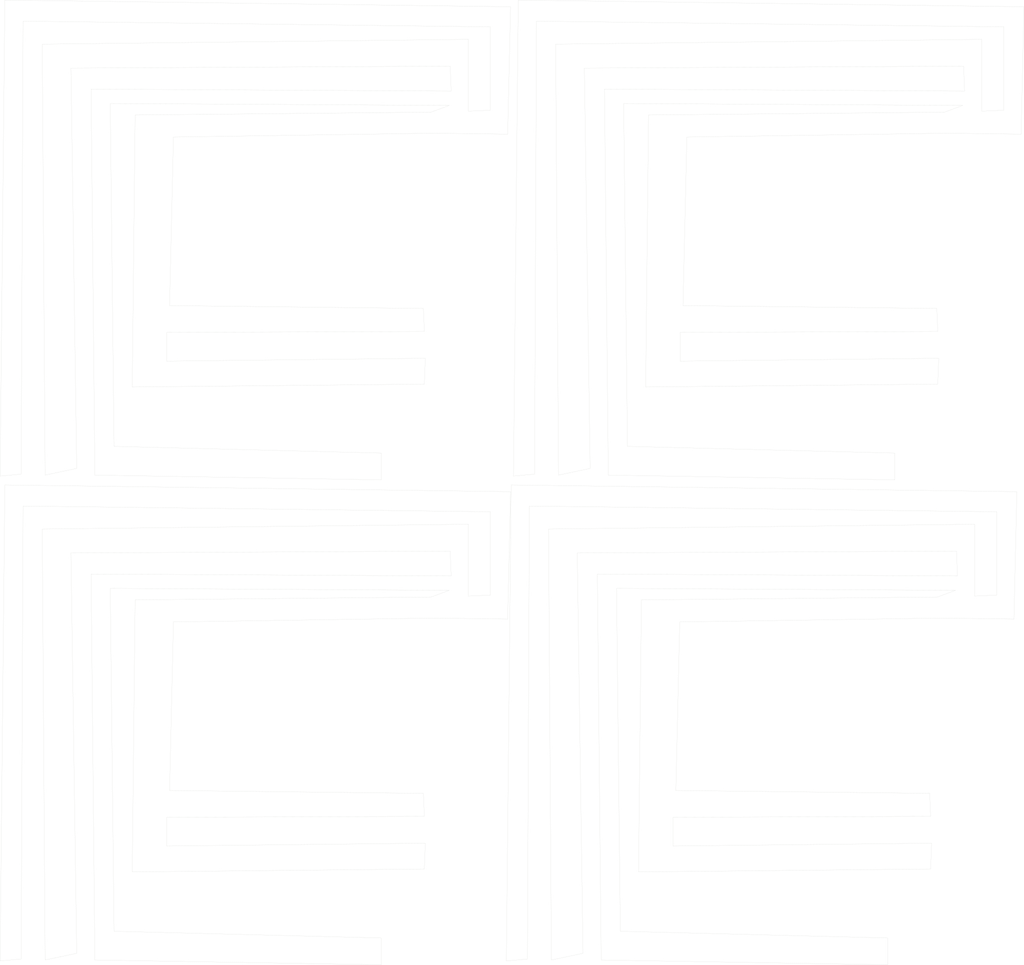
<source format=kicad_pcb>
(kicad_pcb (version 20221018) (generator pcbnew)

  (general
    (thickness 1.6)
  )

  (paper "A4")
  (layers
    (0 "F.Cu" signal)
    (31 "B.Cu" signal)
    (32 "B.Adhes" user "B.Adhesive")
    (33 "F.Adhes" user "F.Adhesive")
    (34 "B.Paste" user)
    (35 "F.Paste" user)
    (36 "B.SilkS" user "B.Silkscreen")
    (37 "F.SilkS" user "F.Silkscreen")
    (38 "B.Mask" user)
    (39 "F.Mask" user)
    (40 "Dwgs.User" user "User.Drawings")
    (41 "Cmts.User" user "User.Comments")
    (42 "Eco1.User" user "User.Eco1")
    (43 "Eco2.User" user "User.Eco2")
    (44 "Edge.Cuts" user)
    (45 "Margin" user)
    (46 "B.CrtYd" user "B.Courtyard")
    (47 "F.CrtYd" user "F.Courtyard")
    (48 "B.Fab" user)
    (49 "F.Fab" user)
    (50 "User.1" user)
    (51 "User.2" user)
    (52 "User.3" user)
    (53 "User.4" user)
    (54 "User.5" user)
    (55 "User.6" user)
    (56 "User.7" user)
    (57 "User.8" user)
    (58 "User.9" user)
  )

  (setup
    (stackup
      (layer "F.SilkS" (type "Top Silk Screen"))
      (layer "F.Paste" (type "Top Solder Paste"))
      (layer "F.Mask" (type "Top Solder Mask") (thickness 0.01))
      (layer "F.Cu" (type "copper") (thickness 0.035))
      (layer "dielectric 1" (type "core") (thickness 1.51) (material "FR4") (epsilon_r 4.5) (loss_tangent 0.02))
      (layer "B.Cu" (type "copper") (thickness 0.035))
      (layer "B.Mask" (type "Bottom Solder Mask") (thickness 0.01))
      (layer "B.Paste" (type "Bottom Solder Paste"))
      (layer "B.SilkS" (type "Bottom Silk Screen"))
      (layer "F.SilkS" (type "Top Silk Screen"))
      (layer "F.Paste" (type "Top Solder Paste"))
      (layer "F.Mask" (type "Top Solder Mask") (thickness 0.01))
      (layer "F.Cu" (type "copper") (thickness 0.035))
      (layer "dielectric 1" (type "core") (thickness 1.51) (material "FR4") (epsilon_r 4.5) (loss_tangent 0.02))
      (layer "B.Cu" (type "copper") (thickness 0.035))
      (layer "B.Mask" (type "Bottom Solder Mask") (thickness 0.01))
      (layer "B.Paste" (type "Bottom Solder Paste"))
      (layer "B.SilkS" (type "Bottom Silk Screen"))
      (layer "F.SilkS" (type "Top Silk Screen"))
      (layer "F.Paste" (type "Top Solder Paste"))
      (layer "F.Mask" (type "Top Solder Mask") (thickness 0.01))
      (layer "F.Cu" (type "copper") (thickness 0.035))
      (layer "dielectric 1" (type "core") (thickness 1.51) (material "FR4") (epsilon_r 4.5) (loss_tangent 0.02))
      (layer "B.Cu" (type "copper") (thickness 0.035))
      (layer "B.Mask" (type "Bottom Solder Mask") (thickness 0.01))
      (layer "B.Paste" (type "Bottom Solder Paste"))
      (layer "B.SilkS" (type "Bottom Silk Screen"))
      (layer "F.SilkS" (type "Top Silk Screen"))
      (layer "F.Paste" (type "Top Solder Paste"))
      (layer "F.Mask" (type "Top Solder Mask") (thickness 0.01))
      (layer "F.Cu" (type "copper") (thickness 0.035))
      (layer "dielectric 1" (type "core") (thickness 1.51) (material "FR4") (epsilon_r 4.5) (loss_tangent 0.02))
      (layer "B.Cu" (type "copper") (thickness 0.035))
      (layer "B.Mask" (type "Bottom Solder Mask") (thickness 0.01))
      (layer "B.Paste" (type "Bottom Solder Paste"))
      (layer "B.SilkS" (type "Bottom Silk Screen"))
      (copper_finish "None")
      (dielectric_constraints no)
    )
    (pad_to_mask_clearance 0)
    (pcbplotparams
      (layerselection 0x00010fc_ffffffff)
      (plot_on_all_layers_selection 0x0000000_00000000)
      (disableapertmacros false)
      (usegerberextensions false)
      (usegerberattributes true)
      (usegerberadvancedattributes true)
      (creategerberjobfile true)
      (dashed_line_dash_ratio 12.000000)
      (dashed_line_gap_ratio 3.000000)
      (svgprecision 4)
      (plotframeref false)
      (viasonmask false)
      (mode 1)
      (useauxorigin false)
      (hpglpennumber 1)
      (hpglpenspeed 20)
      (hpglpendiameter 15.000000)
      (dxfpolygonmode true)
      (dxfimperialunits true)
      (dxfusepcbnewfont true)
      (psnegative false)
      (psa4output false)
      (plotreference true)
      (plotvalue true)
      (plotinvisibletext false)
      (sketchpadsonfab false)
      (subtractmaskfromsilk false)
      (outputformat 1)
      (mirror false)
      (drillshape 1)
      (scaleselection 1)
      (outputdirectory "")
    )
  )

  (net 0 "")

  (gr_line (start 331.1 39.29) (end 227.35 40.29)
    (stroke (width 0.05) (type default)) (layer "Edge.Cuts") (tstamp 02cbaf09-e208-4c14-acc9-ea042114a938))
  (gr_line (start 206.87 164.19) (end 204.85 23.84)
    (stroke (width 0.05) (type default)) (layer "Edge.Cuts") (tstamp 033488b2-8b05-4837-8afb-6752d54ad982))
  (gr_line (start 211.9 31.23) (end 213.24 166.54)
    (stroke (width 0.05) (type default)) (layer "Edge.Cuts") (tstamp 05a0d963-604c-491b-b05d-624b7cc7f1f3))
  (gr_line (start 236.93 277.11) (end 238.28 218.02)
    (stroke (width 0.05) (type default)) (layer "Edge.Cuts") (tstamp 080461d5-aed6-4085-af39-057749ebe2e5))
  (gr_line (start 239.43 107.11) (end 240.78 48.02)
    (stroke (width 0.05) (type default)) (layer "Edge.Cuts") (tstamp 0954135e-6d1c-4b8b-b31c-e44e6dbe0e9c))
  (gr_line (start 151.1 39.29) (end 47.35 40.29)
    (stroke (width 0.05) (type default)) (layer "Edge.Cuts") (tstamp 0ae19a2d-245c-4b10-9d0b-8d850393166d))
  (gr_line (start 217.46 326.47) (end 216.12 206.26)
    (stroke (width 0.05) (type default)) (layer "Edge.Cuts") (tstamp 0d49d8a5-946c-4b82-b56f-e8fccc8f0242))
  (gr_line (start 148.75 116.18) (end 148.41 108.12)
    (stroke (width 0.05) (type default)) (layer "Edge.Cuts") (tstamp 0d82fee9-5ea5-4b19-b39a-d711775b6e81))
  (gr_line (start 149.08 125.58) (end 58.43 126.58)
    (stroke (width 0.05) (type default)) (layer "Edge.Cuts") (tstamp 0e571903-6e54-4df3-b0bd-759b1c94ce86))
  (gr_line (start 58.43 126.58) (end 58.43 116.51)
    (stroke (width 0.05) (type default)) (layer "Edge.Cuts") (tstamp 0f937d36-1d26-480e-b692-00d99316c2dc))
  (gr_line (start 329.27 216.67) (end 355.46 217.01)
    (stroke (width 0.05) (type default)) (layer "Edge.Cuts") (tstamp 1158063b-50ae-4cd0-a976-c00f99c721f1))
  (gr_line (start 38.62 36.26) (end 157.48 36.94)
    (stroke (width 0.05) (type default)) (layer "Edge.Cuts") (tstamp 1722a8fe-9a85-4ab2-a086-240664ea7565))
  (gr_line (start 209.4 201.23) (end 210.74 336.54)
    (stroke (width 0.05) (type default)) (layer "Edge.Cuts") (tstamp 1ca05694-24b6-4090-a45c-862e79a000ff))
  (gr_line (start 185.56 177.39) (end 349.41 179.4)
    (stroke (width 0.05) (type default)) (layer "Edge.Cuts") (tstamp 1d46841e-f13c-4e68-997d-dcecc10bec15))
  (gr_line (start 8.06 7.39) (end 171.91 9.4)
    (stroke (width 0.05) (type default)) (layer "Edge.Cuts") (tstamp 1d9c51b5-11ab-43ca-8540-e67a8b1d4bff))
  (gr_line (start 181.68 0) (end 180 166.88)
    (stroke (width 0.05) (type default)) (layer "Edge.Cuts") (tstamp 20f6a760-98e3-4961-a3d1-991ae04b6339))
  (gr_line (start 224.85 210.29) (end 223.84 305.65)
    (stroke (width 0.05) (type default)) (layer "Edge.Cuts") (tstamp 2159b50d-bc1d-415a-8db1-c821e05745f3))
  (gr_line (start 188.06 7.39) (end 351.91 9.4)
    (stroke (width 0.05) (type default)) (layer "Edge.Cuts") (tstamp 22d5b005-a1bf-476e-8ef5-804a3ba81547))
  (gr_line (start 193.29 336.54) (end 204.37 334.19)
    (stroke (width 0.05) (type default)) (layer "Edge.Cuts") (tstamp 2392f6b3-0455-4b02-8954-e371aac1765d))
  (gr_line (start 177.96 217.01) (end 178.97 172.35)
    (stroke (width 0.05) (type default)) (layer "Edge.Cuts") (tstamp 250b2833-60d3-4fa9-851f-ffae326975d2))
  (gr_line (start 356.47 172.35) (end 179.18 170)
    (stroke (width 0.05) (type default)) (layer "Edge.Cuts") (tstamp 2669ff3c-e682-4ab2-a918-47b3f1704f21))
  (gr_line (start 58.43 116.51) (end 148.75 116.18)
    (stroke (width 0.05) (type default)) (layer "Edge.Cuts") (tstamp 29f21cbf-f766-4b6f-a577-f8959e0da52f))
  (gr_line (start 157.81 23.17) (end 158.15 31.9)
    (stroke (width 0.05) (type default)) (layer "Edge.Cuts") (tstamp 2b8470e3-967b-448e-98b5-79b00a42266a))
  (gr_line (start 0 166.88) (end 7.39 166.2)
    (stroke (width 0.05) (type default)) (layer "Edge.Cuts") (tstamp 2b90fda6-142d-4141-b001-469288d4823c))
  (gr_line (start 177.96 47.01) (end 178.97 2.35)
    (stroke (width 0.05) (type default)) (layer "Edge.Cuts") (tstamp 2bad5681-19f9-4564-a150-d123ffb17e8f))
  (gr_line (start 171.91 179.4) (end 171.91 208.61)
    (stroke (width 0.05) (type default)) (layer "Edge.Cuts") (tstamp 2d889614-eb35-4ec3-8f5c-4bb9e0188017))
  (gr_line (start 311.14 328.82) (end 217.46 326.47)
    (stroke (width 0.05) (type default)) (layer "Edge.Cuts") (tstamp 2da4bea3-e801-456f-b47b-67a43cb1e986))
  (gr_line (start 151.77 216.67) (end 177.96 217.01)
    (stroke (width 0.05) (type default)) (layer "Edge.Cuts") (tstamp 2e521d8f-aac6-453e-99c9-2e60fe52e39a))
  (gr_line (start 238.43 116.51) (end 328.75 116.18)
    (stroke (width 0.05) (type default)) (layer "Edge.Cuts") (tstamp 33e7b74f-71a5-4fb6-afec-0dc6005fb8ca))
  (gr_line (start 60.78 48.02) (end 151.77 46.67)
    (stroke (width 0.05) (type default)) (layer "Edge.Cuts") (tstamp 3682f4a5-94c0-4130-ac84-ebbb82457316))
  (gr_line (start 218.62 36.26) (end 337.48 36.94)
    (stroke (width 0.05) (type default)) (layer "Edge.Cuts") (tstamp 376aa9b4-70a6-448e-a4e0-f52d3eac1528))
  (gr_line (start 158.15 201.9) (end 31.9 201.23)
    (stroke (width 0.05) (type default)) (layer "Edge.Cuts") (tstamp 38841e51-b8de-4eb6-a394-79bb9fdbbc04))
  (gr_line (start 357.96 47.01) (end 358.97 2.35)
    (stroke (width 0.05) (type default)) (layer "Edge.Cuts") (tstamp 3cde6279-f1a0-40c2-8cf7-ee12aefb1142))
  (gr_line (start 151.1 209.29) (end 47.35 210.29)
    (stroke (width 0.05) (type default)) (layer "Edge.Cuts") (tstamp 3f4ff079-9d57-45bd-9a7f-3a0860ab0762))
  (gr_line (start 15.79 166.54) (end 26.87 164.19)
    (stroke (width 0.05) (type default)) (layer "Edge.Cuts") (tstamp 402dbd0d-59b3-4ffd-91d0-8c172beed834))
  (gr_line (start 33.24 336.54) (end 133.64 338.22)
    (stroke (width 0.05) (type default)) (layer "Edge.Cuts") (tstamp 417a434a-2993-483d-b8f9-c0f72e40e5f6))
  (gr_line (start 164.19 38.95) (end 164.19 13.77)
    (stroke (width 0.05) (type default)) (layer "Edge.Cuts") (tstamp 446c685d-f9d8-4296-80c6-afa755664675))
  (gr_line (start 31.9 31.23) (end 33.24 166.54)
    (stroke (width 0.05) (type default)) (layer "Edge.Cuts") (tstamp 45d15588-3de5-4dfe-8a40-b628a42b1483))
  (gr_line (start 204.37 334.19) (end 202.35 193.84)
    (stroke (width 0.05) (type default)) (layer "Edge.Cuts") (tstamp 467318c1-7fd9-48df-a956-98c80978bac0))
  (gr_line (start 148.75 286.18) (end 148.41 278.12)
    (stroke (width 0.05) (type default)) (layer "Edge.Cuts") (tstamp 4722fb38-621d-47f6-bb67-30207d63a790))
  (gr_line (start 148.75 134.64) (end 149.08 125.58)
    (stroke (width 0.05) (type default)) (layer "Edge.Cuts") (tstamp 48967349-dc9f-4279-bd46-c9495b522073))
  (gr_line (start 157.48 206.94) (end 151.1 209.29)
    (stroke (width 0.05) (type default)) (layer "Edge.Cuts") (tstamp 48d92271-2973-476b-acf0-86208ed92df3))
  (gr_line (start 326.58 295.58) (end 235.93 296.58)
    (stroke (width 0.05) (type default)) (layer "Edge.Cuts") (tstamp 4aa7d518-47a4-41d0-93a3-d26d5af6dec2))
  (gr_line (start 195.79 166.54) (end 206.87 164.19)
    (stroke (width 0.05) (type default)) (layer "Edge.Cuts") (tstamp 4b29a000-fbff-4d94-8ce6-dca877f083dc))
  (gr_line (start 59.43 277.11) (end 60.78 218.02)
    (stroke (width 0.05) (type default)) (layer "Edge.Cuts") (tstamp 4c7f3208-d600-498a-9bf6-9bfb445f061a))
  (gr_line (start 33.24 166.54) (end 133.64 168.22)
    (stroke (width 0.05) (type default)) (layer "Edge.Cuts") (tstamp 4f080a84-fdad-4aeb-8543-e9bd2c1b5d95))
  (gr_line (start 187.39 166.2) (end 188.06 7.39)
    (stroke (width 0.05) (type default)) (layer "Edge.Cuts") (tstamp 4f682591-f8aa-4135-918a-3cc75d78beb0))
  (gr_line (start 31.9 201.23) (end 33.24 336.54)
    (stroke (width 0.05) (type default)) (layer "Edge.Cuts") (tstamp 526dc069-99c9-445e-92f0-6404d6841100))
  (gr_line (start 328.41 108.12) (end 239.43 107.11)
    (stroke (width 0.05) (type default)) (layer "Edge.Cuts") (tstamp 5305496c-cf2b-4008-8d74-562e3fe26ef0))
  (gr_line (start 171.91 208.61) (end 164.19 208.95)
    (stroke (width 0.05) (type default)) (layer "Edge.Cuts") (tstamp 53c2222a-4fe6-4a98-8a57-ef671241c654))
  (gr_line (start 351.91 9.4) (end 351.91 38.61)
    (stroke (width 0.05) (type default)) (layer "Edge.Cuts") (tstamp 542345cf-d29b-4edb-a1fe-1f6717a182ab))
  (gr_line (start 341.69 208.95) (end 341.69 183.77)
    (stroke (width 0.05) (type default)) (layer "Edge.Cuts") (tstamp 5495d3d4-702b-415f-8631-ca781e4d619b))
  (gr_line (start 151.77 46.67) (end 177.96 47.01)
    (stroke (width 0.05) (type default)) (layer "Edge.Cuts") (tstamp 5582dbbc-7955-4303-9336-b2777294d252))
  (gr_line (start 133.64 338.22) (end 133.64 328.82)
    (stroke (width 0.05) (type default)) (layer "Edge.Cuts") (tstamp 575f402a-628e-4df5-b607-f849e7a6da1b))
  (gr_line (start 223.84 305.65) (end 326.25 304.64)
    (stroke (width 0.05) (type default)) (layer "Edge.Cuts") (tstamp 597a6447-62ee-4d0b-aae5-7fd0c59dc707))
  (gr_line (start 349.41 179.4) (end 349.41 208.61)
    (stroke (width 0.05) (type default)) (layer "Edge.Cuts") (tstamp 5cb59eb0-9408-4fa7-a33d-aff1148bbf97))
  (gr_line (start 148.41 108.12) (end 59.43 107.11)
    (stroke (width 0.05) (type default)) (layer "Edge.Cuts") (tstamp 5cef912b-3b15-4211-86a9-a580452d397a))
  (gr_line (start 24.85 23.84) (end 157.81 23.17)
    (stroke (width 0.05) (type default)) (layer "Edge.Cuts") (tstamp 5d182b96-3170-4c3b-ac6c-6d77234ea1bc))
  (gr_line (start 335.31 193.17) (end 335.65 201.9)
    (stroke (width 0.05) (type default)) (layer "Edge.Cuts") (tstamp 5ede32a4-a898-4242-86a7-a1d709e644b3))
  (gr_line (start 24.85 193.84) (end 157.81 193.17)
    (stroke (width 0.05) (type default)) (layer "Edge.Cuts") (tstamp 5f321ea2-ee29-4883-b3a4-f2e55409c80f))
  (gr_line (start 148.41 278.12) (end 59.43 277.11)
    (stroke (width 0.05) (type default)) (layer "Edge.Cuts") (tstamp 64220334-3018-4adb-a3dd-c0150f142840))
  (gr_line (start 157.48 36.94) (end 151.1 39.29)
    (stroke (width 0.05) (type default)) (layer "Edge.Cuts") (tstamp 65ad6018-208a-4e7e-88a8-914041073a4f))
  (gr_line (start 133.64 158.82) (end 39.96 156.47)
    (stroke (width 0.05) (type default)) (layer "Edge.Cuts") (tstamp 67b340d1-79d9-4cfd-a8b5-030436173797))
  (gr_line (start 192.28 185.45) (end 193.29 336.54)
    (stroke (width 0.05) (type default)) (layer "Edge.Cuts") (tstamp 67f4e2c8-e0b5-4a9c-a003-48facfa17ba5))
  (gr_line (start 171.91 9.4) (end 171.91 38.61)
    (stroke (width 0.05) (type default)) (layer "Edge.Cuts") (tstamp 69463566-abc3-4233-bc8d-2389eee828c1))
  (gr_line (start 338.15 31.9) (end 211.9 31.23)
    (stroke (width 0.05) (type default)) (layer "Edge.Cuts") (tstamp 6997871b-896c-417f-9005-1a00373e90d6))
  (gr_line (start 133.64 328.82) (end 39.96 326.47)
    (stroke (width 0.05) (type default)) (layer "Edge.Cuts") (tstamp 6a1ee61f-a612-4f0f-a996-94c5ea753798))
  (gr_line (start 349.41 208.61) (end 341.69 208.95)
    (stroke (width 0.05) (type default)) (layer "Edge.Cuts") (tstamp 6a704c24-d5d3-4539-8575-effcc419d669))
  (gr_line (start 47.35 210.29) (end 46.34 305.65)
    (stroke (width 0.05) (type default)) (layer "Edge.Cuts") (tstamp 6e1f34c4-3e1e-49cc-a2b5-813bb2db274a))
  (gr_line (start 164.19 208.95) (end 164.19 183.77)
    (stroke (width 0.05) (type default)) (layer "Edge.Cuts") (tstamp 6e3e36dd-dd2a-4276-9108-1e619c733c64))
  (gr_line (start 313.64 158.82) (end 219.96 156.47)
    (stroke (width 0.05) (type default)) (layer "Edge.Cuts") (tstamp 70ec1495-442b-4b11-bf3b-3c089926dfcb))
  (gr_line (start 158.15 31.9) (end 31.9 31.23)
    (stroke (width 0.05) (type default)) (layer "Edge.Cuts") (tstamp 712b9680-c6cc-495f-8135-1052c02010eb))
  (gr_line (start 164.19 183.77) (end 14.78 185.45)
    (stroke (width 0.05) (type default)) (layer "Edge.Cuts") (tstamp 7393bad2-d15f-4f20-9f99-ca657ac9d6ee))
  (gr_line (start 328.75 134.64) (end 329.08 125.58)
    (stroke (width 0.05) (type default)) (layer "Edge.Cuts") (tstamp 7414f8ac-3411-4bab-b510-7177a3267c8e))
  (gr_line (start 194.78 15.45) (end 195.79 166.54)
    (stroke (width 0.05) (type default)) (layer "Edge.Cuts") (tstamp 782acd4a-b433-4a80-ac13-582b36d723af))
  (gr_line (start 178.97 2.35) (end 1.68 0)
    (stroke (width 0.05) (type default)) (layer "Edge.Cuts") (tstamp 78fcba69-441e-4cb6-961f-099d4c28a0a1))
  (gr_line (start 148.75 304.64) (end 149.08 295.58)
    (stroke (width 0.05) (type default)) (layer "Edge.Cuts") (tstamp 7a567342-4e76-4803-9f99-f9e07ff48326))
  (gr_line (start 60.78 218.02) (end 151.77 216.67)
    (stroke (width 0.05) (type default)) (layer "Edge.Cuts") (tstamp 81da60c0-91fb-49e5-b92f-76205cdb6488))
  (gr_line (start 8.06 177.39) (end 171.91 179.4)
    (stroke (width 0.05) (type default)) (layer "Edge.Cuts") (tstamp 8d88007f-eb6a-4d2c-a4c9-f455a2640de7))
  (gr_line (start 204.85 23.84) (end 337.81 23.17)
    (stroke (width 0.05) (type default)) (layer "Edge.Cuts") (tstamp 8e8f048c-1ed1-422c-b5b8-7f97837f17d9))
  (gr_line (start 15.79 336.54) (end 26.87 334.19)
    (stroke (width 0.05) (type default)) (layer "Edge.Cuts") (tstamp 8e936e16-7a5e-45cb-9cbe-05e405e5b957))
  (gr_line (start 210.74 336.54) (end 311.14 338.22)
    (stroke (width 0.05) (type default)) (layer "Edge.Cuts") (tstamp 93f4f10f-e266-42e0-b464-1be507b5f7e4))
  (gr_line (start 328.6 209.29) (end 224.85 210.29)
    (stroke (width 0.05) (type default)) (layer "Edge.Cuts") (tstamp 9461bee8-9394-4c00-9277-cbbc76c61bc4))
  (gr_line (start 26.87 164.19) (end 24.85 23.84)
    (stroke (width 0.05) (type default)) (layer "Edge.Cuts") (tstamp 94befb28-9bde-44a7-ba31-796ec6cc2165))
  (gr_line (start 164.19 13.77) (end 14.78 15.45)
    (stroke (width 0.05) (type default)) (layer "Edge.Cuts") (tstamp 97d94628-b449-461e-9683-c06ed423f9fc))
  (gr_line (start 334.98 206.94) (end 328.6 209.29)
    (stroke (width 0.05) (type default)) (layer "Edge.Cuts") (tstamp 97f171c4-2268-4ed1-b730-dfb58a05b544))
  (gr_line (start 179.18 170) (end 177.5 336.88)
    (stroke (width 0.05) (type default)) (layer "Edge.Cuts") (tstamp 986b6702-df52-4c48-9a4a-8cc033d532c2))
  (gr_line (start 133.64 168.22) (end 133.64 158.82)
    (stroke (width 0.05) (type default)) (layer "Edge.Cuts") (tstamp 9aa13e80-1fce-47fb-accb-86cca6576fbe))
  (gr_line (start 7.39 336.2) (end 8.06 177.39)
    (stroke (width 0.05) (type default)) (layer "Edge.Cuts") (tstamp 9d86595b-b68e-47a7-a28a-44dfd4ac3b91))
  (gr_line (start 46.34 135.65) (end 148.75 134.64)
    (stroke (width 0.05) (type default)) (layer "Edge.Cuts") (tstamp 9da77880-9b36-41ba-89b0-055c84954a7d))
  (gr_line (start 47.35 40.29) (end 46.34 135.65)
    (stroke (width 0.05) (type default)) (layer "Edge.Cuts") (tstamp 9e71606c-52de-44d4-9d18-1ce98e38c919))
  (gr_line (start 325.91 278.12) (end 236.93 277.11)
    (stroke (width 0.05) (type default)) (layer "Edge.Cuts") (tstamp a0665164-6274-49ef-82aa-3e14686aec5c))
  (gr_line (start 14.78 15.45) (end 15.79 166.54)
    (stroke (width 0.05) (type default)) (layer "Edge.Cuts") (tstamp a2658bb1-10ca-456f-a770-a8b389f4c6f6))
  (gr_line (start 344.19 13.77) (end 194.78 15.45)
    (stroke (width 0.05) (type default)) (layer "Edge.Cuts") (tstamp a4344c6b-fe7f-49b1-bd2f-05c05ee01dab))
  (gr_line (start 38.62 206.26) (end 157.48 206.94)
    (stroke (width 0.05) (type default)) (layer "Edge.Cuts") (tstamp acdf10c5-78ef-4d46-8fb4-1c35597ec788))
  (gr_line (start 240.78 48.02) (end 331.77 46.67)
    (stroke (width 0.05) (type default)) (layer "Edge.Cuts") (tstamp ae75be02-0aa5-445c-989b-e30309bd1128))
  (gr_line (start 46.34 305.65) (end 148.75 304.64)
    (stroke (width 0.05) (type default)) (layer "Edge.Cuts") (tstamp ae77d3df-3e67-4236-b5b4-1fb20205f318))
  (gr_line (start 313.64 168.22) (end 313.64 158.82)
    (stroke (width 0.05) (type default)) (layer "Edge.Cuts") (tstamp af50e9a4-c576-4038-86e0-4390a392962c))
  (gr_line (start 213.24 166.54) (end 313.64 168.22)
    (stroke (width 0.05) (type default)) (layer "Edge.Cuts") (tstamp af8d0a1b-47e7-4d11-ae10-2b575210ec98))
  (gr_line (start 337.81 23.17) (end 338.15 31.9)
    (stroke (width 0.05) (type default)) (layer "Edge.Cuts") (tstamp b0822901-1ca8-4f92-9048-58134bf57345))
  (gr_line (start 341.69 183.77) (end 192.28 185.45)
    (stroke (width 0.05) (type default)) (layer "Edge.Cuts") (tstamp b3d6f69e-2f13-4faf-8e8f-d8d8b319e427))
  (gr_line (start 1.68 0) (end 0 166.88)
    (stroke (width 0.05) (type default)) (layer "Edge.Cuts") (tstamp b534dd00-1e98-445d-b71b-1a1024ef8f6b))
  (gr_line (start 184.89 336.2) (end 185.56 177.39)
    (stroke (width 0.05) (type default)) (layer "Edge.Cuts") (tstamp b5906dea-f7a9-41a1-a545-c11ab073c6ab))
  (gr_line (start 1.68 170) (end 0 336.88)
    (stroke (width 0.05) (type default)) (layer "Edge.Cuts") (tstamp ba9a90a1-206d-4842-b27d-ac92cffc1028))
  (gr_line (start 180 166.88) (end 187.39 166.2)
    (stroke (width 0.05) (type default)) (layer "Edge.Cuts") (tstamp bab35333-e523-45f7-9142-9839de8cfb13))
  (gr_line (start 331.77 46.67) (end 357.96 47.01)
    (stroke (width 0.05) (type default)) (layer "Edge.Cuts") (tstamp bcc8fc64-da69-470c-8afc-7475de8f9932))
  (gr_line (start 14.78 185.45) (end 15.79 336.54)
    (stroke (width 0.05) (type default)) (layer "Edge.Cuts") (tstamp befaeb59-0276-4b54-8e52-ab6f95cb472a))
  (gr_line (start 227.35 40.29) (end 226.34 135.65)
    (stroke (width 0.05) (type default)) (layer "Edge.Cuts") (tstamp bf706f56-45ff-43b2-9654-b6ae0d4e43b2))
  (gr_line (start 311.14 338.22) (end 311.14 328.82)
    (stroke (width 0.05) (type default)) (layer "Edge.Cuts") (tstamp bfe0eacf-494c-48e6-8399-542c84a7d828))
  (gr_line (start 326.25 304.64) (end 326.58 295.58)
    (stroke (width 0.05) (type default)) (layer "Edge.Cuts") (tstamp c0299d8e-ae4c-4eab-a589-b6460db5f111))
  (gr_line (start 177.5 336.88) (end 184.89 336.2)
    (stroke (width 0.05) (type default)) (layer "Edge.Cuts") (tstamp c165d70b-d83a-47e2-af8f-ba0dfe1d80ce))
  (gr_line (start 26.87 334.19) (end 24.85 193.84)
    (stroke (width 0.05) (type default)) (layer "Edge.Cuts") (tstamp c2211b21-19ee-43fb-91b2-8c50e95f9594))
  (gr_line (start 326.25 286.18) (end 325.91 278.12)
    (stroke (width 0.05) (type default)) (layer "Edge.Cuts") (tstamp c256b2c7-971d-43d4-b006-d39149308af2))
  (gr_line (start 216.12 206.26) (end 334.98 206.94)
    (stroke (width 0.05) (type default)) (layer "Edge.Cuts") (tstamp c477bc7c-9c35-49d4-9b0e-b530ead0c3ce))
  (gr_line (start 226.34 135.65) (end 328.75 134.64)
    (stroke (width 0.05) (type default)) (layer "Edge.Cuts") (tstamp c4ab09dc-5ba5-44e2-8158-72b2c6bd2892))
  (gr_line (start 235.93 286.51) (end 326.25 286.18)
    (stroke (width 0.05) (type default)) (layer "Edge.Cuts") (tstamp c88c8fb6-a29e-45ff-8ea7-3833adf01c4a))
  (gr_line (start 157.81 193.17) (end 158.15 201.9)
    (stroke (width 0.05) (type default)) (layer "Edge.Cuts") (tstamp cda54bf6-b085-4ced-b053-40750aee7f4c))
  (gr_line (start 351.91 38.61) (end 344.19 38.95)
    (stroke (width 0.05) (type default)) (layer "Edge.Cuts") (tstamp cf8793c5-80f2-4b16-9d1f-4e8822fd82ba))
  (gr_line (start 0 336.88) (end 7.39 336.2)
    (stroke (width 0.05) (type default)) (layer "Edge.Cuts") (tstamp d0c11f93-13c2-4d9d-8674-485639aa9529))
  (gr_line (start 58.43 286.51) (end 148.75 286.18)
    (stroke (width 0.05) (type default)) (layer "Edge.Cuts") (tstamp d41b3124-58e8-49b7-91b2-63dd80247df1))
  (gr_line (start 202.35 193.84) (end 335.31 193.17)
    (stroke (width 0.05) (type default)) (layer "Edge.Cuts") (tstamp d71ddac2-c543-426a-8730-01eb205177d8))
  (gr_line (start 7.39 166.2) (end 8.06 7.39)
    (stroke (width 0.05) (type default)) (layer "Edge.Cuts") (tstamp dadf5bdd-07aa-4e25-94cf-66b5c59069b4))
  (gr_line (start 238.43 126.58) (end 238.43 116.51)
    (stroke (width 0.05) (type default)) (layer "Edge.Cuts") (tstamp dc073e31-b4c1-4ac7-8c28-0b1423bcc5c8))
  (gr_line (start 328.75 116.18) (end 328.41 108.12)
    (stroke (width 0.05) (type default)) (layer "Edge.Cuts") (tstamp dc58cf88-abc2-4f3d-a647-b703d682a8a9))
  (gr_line (start 337.48 36.94) (end 331.1 39.29)
    (stroke (width 0.05) (type default)) (layer "Edge.Cuts") (tstamp e44e478d-e439-40da-af06-59bde486e6a7))
  (gr_line (start 171.91 38.61) (end 164.19 38.95)
    (stroke (width 0.05) (type default)) (layer "Edge.Cuts") (tstamp e5342e7e-6690-4835-bc94-e0945f325edd))
  (gr_line (start 235.93 296.58) (end 235.93 286.51)
    (stroke (width 0.05) (type default)) (layer "Edge.Cuts") (tstamp e6aed581-1464-4eaf-8579-508d78261bda))
  (gr_line (start 149.08 295.58) (end 58.43 296.58)
    (stroke (width 0.05) (type default)) (layer "Edge.Cuts") (tstamp e9710262-068c-44d0-ac57-2e5ee76c8049))
  (gr_line (start 58.43 296.58) (end 58.43 286.51)
    (stroke (width 0.05) (type default)) (layer "Edge.Cuts") (tstamp ecc1a2c2-fef3-4820-a50f-33ee67821354))
  (gr_line (start 178.97 172.35) (end 1.68 170)
    (stroke (width 0.05) (type default)) (layer "Edge.Cuts") (tstamp ecce3196-d68e-4462-a682-c0ecf257b8a8))
  (gr_line (start 39.96 156.47) (end 38.62 36.26)
    (stroke (width 0.05) (type default)) (layer "Edge.Cuts") (tstamp ed538928-269d-4233-adc9-76123f145e22))
  (gr_line (start 59.43 107.11) (end 60.78 48.02)
    (stroke (width 0.05) (type default)) (layer "Edge.Cuts") (tstamp ef7c5b4c-0e89-4672-addc-3fe1ce31eeb4))
  (gr_line (start 329.08 125.58) (end 238.43 126.58)
    (stroke (width 0.05) (type default)) (layer "Edge.Cuts") (tstamp f0260c36-56e0-4be0-b6ff-d800316b644e))
  (gr_line (start 219.96 156.47) (end 218.62 36.26)
    (stroke (width 0.05) (type default)) (layer "Edge.Cuts") (tstamp f2910e0c-b3e0-4413-ada9-72ccc3f183e4))
  (gr_line (start 39.96 326.47) (end 38.62 206.26)
    (stroke (width 0.05) (type default)) (layer "Edge.Cuts") (tstamp f8ab64f3-3e1f-42be-9438-06cca2d35512))
  (gr_line (start 335.65 201.9) (end 209.4 201.23)
    (stroke (width 0.05) (type default)) (layer "Edge.Cuts") (tstamp f9e621b3-ce7d-42bc-aaf7-24d3de5a7f5a))
  (gr_line (start 358.97 2.35) (end 181.68 0)
    (stroke (width 0.05) (type default)) (layer "Edge.Cuts") (tstamp fc6930bd-a034-4eb1-8fee-5510958a927b))
  (gr_line (start 344.19 38.95) (end 344.19 13.77)
    (stroke (width 0.05) (type default)) (layer "Edge.Cuts") (tstamp fdd92551-eb80-4188-9b6d-d5b8f019b00d))
  (gr_line (start 238.28 218.02) (end 329.27 216.67)
    (stroke (width 0.05) (type default)) (layer "Edge.Cuts") (tstamp ffc453d8-b7b6-49c6-bdd7-91adc279f62a))
  (gr_line (start 355.46 217.01) (end 356.47 172.35)
    (stroke (width 0.05) (type default)) (layer "Edge.Cuts") (tstamp ffe6ab67-84dd-43f8-befc-75afafa52000))

)

</source>
